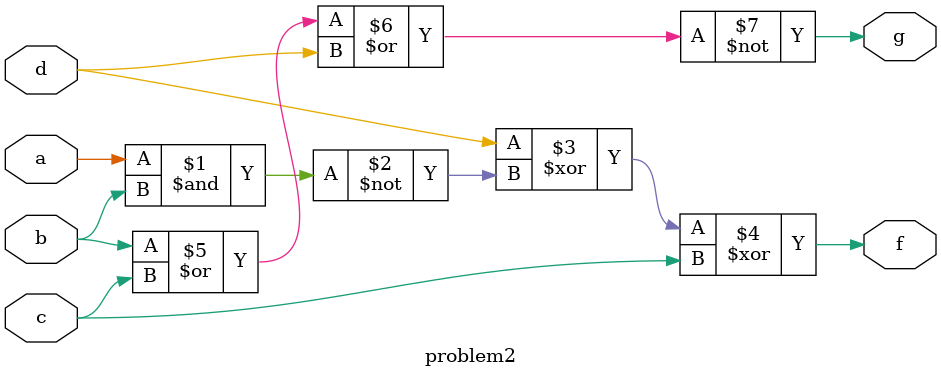
<source format=v>
module problem2(a,b,c,d,f,g);
	input a,b,c,d;
	output f,g;
	assign f=d^(~(a&b))^c;
	assign g=~(b|c|d);
endmodule


</source>
